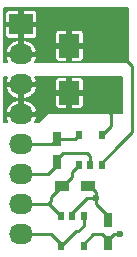
<source format=gtl>
G04 #@! TF.FileFunction,Copper,L1,Top,Signal*
%FSLAX46Y46*%
G04 Gerber Fmt 4.6, Leading zero omitted, Abs format (unit mm)*
G04 Created by KiCad (PCBNEW 4.0.1-stable) date 2/16/2016 3:06:14 PM*
%MOMM*%
G01*
G04 APERTURE LIST*
%ADD10C,0.100000*%
%ADD11R,0.750000X1.200000*%
%ADD12R,2.032000X1.727200*%
%ADD13O,2.032000X1.727200*%
%ADD14R,1.700000X2.000000*%
%ADD15R,1.200000X0.900000*%
%ADD16R,0.508000X0.762000*%
%ADD17C,0.600000*%
%ADD18C,0.250000*%
%ADD19C,0.203200*%
G04 APERTURE END LIST*
D10*
D11*
X132588000Y-103698000D03*
X132588000Y-105598000D03*
X136906000Y-112456000D03*
X136906000Y-110556000D03*
D12*
X129540000Y-93980000D03*
D13*
X129540000Y-96520000D03*
X129540000Y-99060000D03*
X129540000Y-101600000D03*
X129540000Y-104140000D03*
X129540000Y-106680000D03*
X129540000Y-109220000D03*
X129540000Y-111760000D03*
D14*
X133604000Y-99790000D03*
X133604000Y-95790000D03*
D15*
X135212000Y-107696000D03*
X133012000Y-107696000D03*
D16*
X134810500Y-110236000D03*
X132905500Y-110236000D03*
X134810500Y-112776000D03*
X133858000Y-110236000D03*
X132905500Y-112776000D03*
X134429500Y-105918000D03*
X136334500Y-105918000D03*
X134429500Y-103378000D03*
X135382000Y-105918000D03*
X136334500Y-103378000D03*
D17*
X137922000Y-111760000D03*
X135890000Y-108712000D03*
X136652000Y-93218000D03*
X137922000Y-95758000D03*
X137922000Y-94488000D03*
X137922000Y-93218000D03*
X134112000Y-93218000D03*
X135382000Y-93218000D03*
X136652000Y-94488000D03*
X136652000Y-95758000D03*
X136652000Y-101092000D03*
X137668000Y-100076000D03*
X136652000Y-99060000D03*
D18*
X136906000Y-112456000D02*
X136906000Y-112268000D01*
X136906000Y-112268000D02*
X137414000Y-111760000D01*
X137414000Y-111760000D02*
X137922000Y-111760000D01*
X134810500Y-112776000D02*
X134810500Y-112585500D01*
X134810500Y-112585500D02*
X135636000Y-111760000D01*
X136398000Y-111760000D02*
X136906000Y-112268000D01*
X135636000Y-111760000D02*
X136398000Y-111760000D01*
X132588000Y-103698000D02*
X134109500Y-103698000D01*
X134109500Y-103698000D02*
X134429500Y-103378000D01*
X129540000Y-104140000D02*
X132146000Y-104140000D01*
X132146000Y-104140000D02*
X132588000Y-103698000D01*
X136906000Y-110556000D02*
X136906000Y-110236000D01*
X136906000Y-110236000D02*
X135890000Y-109220000D01*
X135890000Y-109220000D02*
X135890000Y-108712000D01*
X133858000Y-110236000D02*
X133858000Y-109982000D01*
X133858000Y-109982000D02*
X135128000Y-108712000D01*
X135128000Y-108712000D02*
X135890000Y-108712000D01*
X135212000Y-107696000D02*
X135382000Y-107696000D01*
X135382000Y-107696000D02*
X135890000Y-108204000D01*
X135890000Y-108204000D02*
X135890000Y-108712000D01*
X132588000Y-105598000D02*
X132588000Y-105410000D01*
X132588000Y-105410000D02*
X133096000Y-104902000D01*
X135382000Y-105156000D02*
X135382000Y-105918000D01*
X135128000Y-104902000D02*
X135382000Y-105156000D01*
X133096000Y-104902000D02*
X135128000Y-104902000D01*
X129540000Y-106680000D02*
X131826000Y-106680000D01*
X131826000Y-106680000D02*
X132588000Y-105918000D01*
X132588000Y-105918000D02*
X132588000Y-105598000D01*
X137668000Y-104394000D02*
X138430000Y-103632000D01*
X136334500Y-105727500D02*
X137668000Y-104394000D01*
X138938000Y-97536000D02*
X138176000Y-96774000D01*
X138938000Y-103124000D02*
X138938000Y-97536000D01*
X138430000Y-103632000D02*
X138938000Y-103124000D01*
X136334500Y-105918000D02*
X136334500Y-105727500D01*
X137160000Y-101600000D02*
X136652000Y-101092000D01*
X137160000Y-102616000D02*
X137160000Y-101600000D01*
X137160000Y-102616000D02*
X136398000Y-103378000D01*
X136334500Y-103378000D02*
X136398000Y-103378000D01*
X133012000Y-107696000D02*
X133096000Y-107696000D01*
X133096000Y-107696000D02*
X133858000Y-106934000D01*
X133858000Y-106489500D02*
X134429500Y-105918000D01*
X133858000Y-106934000D02*
X133858000Y-106489500D01*
X129540000Y-109220000D02*
X131826000Y-109220000D01*
X132080000Y-108628000D02*
X133012000Y-107696000D01*
X132080000Y-108966000D02*
X132080000Y-108628000D01*
X131826000Y-109220000D02*
X132080000Y-108966000D01*
X129540000Y-109220000D02*
X131889500Y-109220000D01*
X131889500Y-109220000D02*
X132905500Y-110236000D01*
X134810500Y-110236000D02*
X134810500Y-111061500D01*
X134175500Y-111506000D02*
X132905500Y-112776000D01*
X134366000Y-111506000D02*
X134175500Y-111506000D01*
X134810500Y-111061500D02*
X134366000Y-111506000D01*
X132905500Y-112776000D02*
X132905500Y-112585500D01*
X132905500Y-112585500D02*
X132080000Y-111760000D01*
X132080000Y-111760000D02*
X129540000Y-111760000D01*
D19*
G36*
X138582400Y-97180400D02*
X130706287Y-97180400D01*
X130863304Y-96859753D01*
X130812379Y-96672400D01*
X129692400Y-96672400D01*
X129692400Y-96692400D01*
X129387600Y-96692400D01*
X129387600Y-96672400D01*
X128267621Y-96672400D01*
X128216696Y-96859753D01*
X128373713Y-97180400D01*
X128117600Y-97180400D01*
X128117600Y-96180247D01*
X128216696Y-96180247D01*
X128267621Y-96367600D01*
X129387600Y-96367600D01*
X129387600Y-95389700D01*
X129692400Y-95389700D01*
X129692400Y-96367600D01*
X130812379Y-96367600D01*
X130863304Y-96180247D01*
X130790367Y-96031300D01*
X132398400Y-96031300D01*
X132398400Y-96860733D01*
X132452537Y-96991431D01*
X132552569Y-97091463D01*
X132683267Y-97145600D01*
X133362700Y-97145600D01*
X133451600Y-97056700D01*
X133451600Y-95942400D01*
X133756400Y-95942400D01*
X133756400Y-97056700D01*
X133845300Y-97145600D01*
X134524733Y-97145600D01*
X134655431Y-97091463D01*
X134755463Y-96991431D01*
X134809600Y-96860733D01*
X134809600Y-96031300D01*
X134720700Y-95942400D01*
X133756400Y-95942400D01*
X133451600Y-95942400D01*
X132487300Y-95942400D01*
X132398400Y-96031300D01*
X130790367Y-96031300D01*
X130678753Y-95803372D01*
X130329430Y-95480461D01*
X129883125Y-95315810D01*
X129692400Y-95389700D01*
X129387600Y-95389700D01*
X129196875Y-95315810D01*
X128750570Y-95480461D01*
X128401247Y-95803372D01*
X128216696Y-96180247D01*
X128117600Y-96180247D01*
X128117600Y-94221300D01*
X128168400Y-94221300D01*
X128168400Y-94914333D01*
X128222537Y-95045031D01*
X128322569Y-95145063D01*
X128453267Y-95199200D01*
X129298700Y-95199200D01*
X129387600Y-95110300D01*
X129387600Y-94132400D01*
X129692400Y-94132400D01*
X129692400Y-95110300D01*
X129781300Y-95199200D01*
X130626733Y-95199200D01*
X130757431Y-95145063D01*
X130857463Y-95045031D01*
X130911600Y-94914333D01*
X130911600Y-94719267D01*
X132398400Y-94719267D01*
X132398400Y-95548700D01*
X132487300Y-95637600D01*
X133451600Y-95637600D01*
X133451600Y-94523300D01*
X133756400Y-94523300D01*
X133756400Y-95637600D01*
X134720700Y-95637600D01*
X134809600Y-95548700D01*
X134809600Y-94719267D01*
X134755463Y-94588569D01*
X134655431Y-94488537D01*
X134524733Y-94434400D01*
X133845300Y-94434400D01*
X133756400Y-94523300D01*
X133451600Y-94523300D01*
X133362700Y-94434400D01*
X132683267Y-94434400D01*
X132552569Y-94488537D01*
X132452537Y-94588569D01*
X132398400Y-94719267D01*
X130911600Y-94719267D01*
X130911600Y-94221300D01*
X130822700Y-94132400D01*
X129692400Y-94132400D01*
X129387600Y-94132400D01*
X128257300Y-94132400D01*
X128168400Y-94221300D01*
X128117600Y-94221300D01*
X128117600Y-93045667D01*
X128168400Y-93045667D01*
X128168400Y-93738700D01*
X128257300Y-93827600D01*
X129387600Y-93827600D01*
X129387600Y-92849700D01*
X129692400Y-92849700D01*
X129692400Y-93827600D01*
X130822700Y-93827600D01*
X130911600Y-93738700D01*
X130911600Y-93045667D01*
X130857463Y-92914969D01*
X130757431Y-92814937D01*
X130626733Y-92760800D01*
X129781300Y-92760800D01*
X129692400Y-92849700D01*
X129387600Y-92849700D01*
X129298700Y-92760800D01*
X128453267Y-92760800D01*
X128322569Y-92814937D01*
X128222537Y-92914969D01*
X128168400Y-93045667D01*
X128117600Y-93045667D01*
X128117600Y-92557600D01*
X138582400Y-92557600D01*
X138582400Y-97180400D01*
X138582400Y-97180400D01*
G37*
X138582400Y-97180400D02*
X130706287Y-97180400D01*
X130863304Y-96859753D01*
X130812379Y-96672400D01*
X129692400Y-96672400D01*
X129692400Y-96692400D01*
X129387600Y-96692400D01*
X129387600Y-96672400D01*
X128267621Y-96672400D01*
X128216696Y-96859753D01*
X128373713Y-97180400D01*
X128117600Y-97180400D01*
X128117600Y-96180247D01*
X128216696Y-96180247D01*
X128267621Y-96367600D01*
X129387600Y-96367600D01*
X129387600Y-95389700D01*
X129692400Y-95389700D01*
X129692400Y-96367600D01*
X130812379Y-96367600D01*
X130863304Y-96180247D01*
X130790367Y-96031300D01*
X132398400Y-96031300D01*
X132398400Y-96860733D01*
X132452537Y-96991431D01*
X132552569Y-97091463D01*
X132683267Y-97145600D01*
X133362700Y-97145600D01*
X133451600Y-97056700D01*
X133451600Y-95942400D01*
X133756400Y-95942400D01*
X133756400Y-97056700D01*
X133845300Y-97145600D01*
X134524733Y-97145600D01*
X134655431Y-97091463D01*
X134755463Y-96991431D01*
X134809600Y-96860733D01*
X134809600Y-96031300D01*
X134720700Y-95942400D01*
X133756400Y-95942400D01*
X133451600Y-95942400D01*
X132487300Y-95942400D01*
X132398400Y-96031300D01*
X130790367Y-96031300D01*
X130678753Y-95803372D01*
X130329430Y-95480461D01*
X129883125Y-95315810D01*
X129692400Y-95389700D01*
X129387600Y-95389700D01*
X129196875Y-95315810D01*
X128750570Y-95480461D01*
X128401247Y-95803372D01*
X128216696Y-96180247D01*
X128117600Y-96180247D01*
X128117600Y-94221300D01*
X128168400Y-94221300D01*
X128168400Y-94914333D01*
X128222537Y-95045031D01*
X128322569Y-95145063D01*
X128453267Y-95199200D01*
X129298700Y-95199200D01*
X129387600Y-95110300D01*
X129387600Y-94132400D01*
X129692400Y-94132400D01*
X129692400Y-95110300D01*
X129781300Y-95199200D01*
X130626733Y-95199200D01*
X130757431Y-95145063D01*
X130857463Y-95045031D01*
X130911600Y-94914333D01*
X130911600Y-94719267D01*
X132398400Y-94719267D01*
X132398400Y-95548700D01*
X132487300Y-95637600D01*
X133451600Y-95637600D01*
X133451600Y-94523300D01*
X133756400Y-94523300D01*
X133756400Y-95637600D01*
X134720700Y-95637600D01*
X134809600Y-95548700D01*
X134809600Y-94719267D01*
X134755463Y-94588569D01*
X134655431Y-94488537D01*
X134524733Y-94434400D01*
X133845300Y-94434400D01*
X133756400Y-94523300D01*
X133451600Y-94523300D01*
X133362700Y-94434400D01*
X132683267Y-94434400D01*
X132552569Y-94488537D01*
X132452537Y-94588569D01*
X132398400Y-94719267D01*
X130911600Y-94719267D01*
X130911600Y-94221300D01*
X130822700Y-94132400D01*
X129692400Y-94132400D01*
X129387600Y-94132400D01*
X128257300Y-94132400D01*
X128168400Y-94221300D01*
X128117600Y-94221300D01*
X128117600Y-93045667D01*
X128168400Y-93045667D01*
X128168400Y-93738700D01*
X128257300Y-93827600D01*
X129387600Y-93827600D01*
X129387600Y-92849700D01*
X129692400Y-92849700D01*
X129692400Y-93827600D01*
X130822700Y-93827600D01*
X130911600Y-93738700D01*
X130911600Y-93045667D01*
X130857463Y-92914969D01*
X130757431Y-92814937D01*
X130626733Y-92760800D01*
X129781300Y-92760800D01*
X129692400Y-92849700D01*
X129387600Y-92849700D01*
X129298700Y-92760800D01*
X128453267Y-92760800D01*
X128322569Y-92814937D01*
X128222537Y-92914969D01*
X128168400Y-93045667D01*
X128117600Y-93045667D01*
X128117600Y-92557600D01*
X138582400Y-92557600D01*
X138582400Y-97180400D01*
G36*
X128216696Y-98720247D02*
X128267621Y-98907600D01*
X129387600Y-98907600D01*
X129387600Y-98887600D01*
X129692400Y-98887600D01*
X129692400Y-98907600D01*
X130812379Y-98907600D01*
X130863304Y-98720247D01*
X130862825Y-98719267D01*
X132398400Y-98719267D01*
X132398400Y-99548700D01*
X132487300Y-99637600D01*
X133451600Y-99637600D01*
X133451600Y-98523300D01*
X133756400Y-98523300D01*
X133756400Y-99637600D01*
X134720700Y-99637600D01*
X134809600Y-99548700D01*
X134809600Y-98719267D01*
X134755463Y-98588569D01*
X134655431Y-98488537D01*
X134524733Y-98434400D01*
X133845300Y-98434400D01*
X133756400Y-98523300D01*
X133451600Y-98523300D01*
X133362700Y-98434400D01*
X132683267Y-98434400D01*
X132552569Y-98488537D01*
X132452537Y-98588569D01*
X132398400Y-98719267D01*
X130862825Y-98719267D01*
X130706287Y-98399600D01*
X138074400Y-98399600D01*
X138074400Y-101498400D01*
X131826000Y-101498400D01*
X131786472Y-101506405D01*
X131754158Y-101528158D01*
X131021916Y-102260400D01*
X130706287Y-102260400D01*
X130863304Y-101939753D01*
X130812379Y-101752400D01*
X129692400Y-101752400D01*
X129692400Y-101772400D01*
X129387600Y-101772400D01*
X129387600Y-101752400D01*
X128267621Y-101752400D01*
X128216696Y-101939753D01*
X128373713Y-102260400D01*
X128117600Y-102260400D01*
X128117600Y-101260247D01*
X128216696Y-101260247D01*
X128267621Y-101447600D01*
X129387600Y-101447600D01*
X129387600Y-100469700D01*
X129692400Y-100469700D01*
X129692400Y-101447600D01*
X130812379Y-101447600D01*
X130863304Y-101260247D01*
X130678753Y-100883372D01*
X130329430Y-100560461D01*
X129883125Y-100395810D01*
X129692400Y-100469700D01*
X129387600Y-100469700D01*
X129196875Y-100395810D01*
X128750570Y-100560461D01*
X128401247Y-100883372D01*
X128216696Y-101260247D01*
X128117600Y-101260247D01*
X128117600Y-99399753D01*
X128216696Y-99399753D01*
X128401247Y-99776628D01*
X128750570Y-100099539D01*
X129196875Y-100264190D01*
X129387600Y-100190300D01*
X129387600Y-99212400D01*
X129692400Y-99212400D01*
X129692400Y-100190300D01*
X129883125Y-100264190D01*
X130329430Y-100099539D01*
X130403250Y-100031300D01*
X132398400Y-100031300D01*
X132398400Y-100860733D01*
X132452537Y-100991431D01*
X132552569Y-101091463D01*
X132683267Y-101145600D01*
X133362700Y-101145600D01*
X133451600Y-101056700D01*
X133451600Y-99942400D01*
X133756400Y-99942400D01*
X133756400Y-101056700D01*
X133845300Y-101145600D01*
X134524733Y-101145600D01*
X134655431Y-101091463D01*
X134755463Y-100991431D01*
X134809600Y-100860733D01*
X134809600Y-100031300D01*
X134720700Y-99942400D01*
X133756400Y-99942400D01*
X133451600Y-99942400D01*
X132487300Y-99942400D01*
X132398400Y-100031300D01*
X130403250Y-100031300D01*
X130678753Y-99776628D01*
X130863304Y-99399753D01*
X130812379Y-99212400D01*
X129692400Y-99212400D01*
X129387600Y-99212400D01*
X128267621Y-99212400D01*
X128216696Y-99399753D01*
X128117600Y-99399753D01*
X128117600Y-98399600D01*
X128373713Y-98399600D01*
X128216696Y-98720247D01*
X128216696Y-98720247D01*
G37*
X128216696Y-98720247D02*
X128267621Y-98907600D01*
X129387600Y-98907600D01*
X129387600Y-98887600D01*
X129692400Y-98887600D01*
X129692400Y-98907600D01*
X130812379Y-98907600D01*
X130863304Y-98720247D01*
X130862825Y-98719267D01*
X132398400Y-98719267D01*
X132398400Y-99548700D01*
X132487300Y-99637600D01*
X133451600Y-99637600D01*
X133451600Y-98523300D01*
X133756400Y-98523300D01*
X133756400Y-99637600D01*
X134720700Y-99637600D01*
X134809600Y-99548700D01*
X134809600Y-98719267D01*
X134755463Y-98588569D01*
X134655431Y-98488537D01*
X134524733Y-98434400D01*
X133845300Y-98434400D01*
X133756400Y-98523300D01*
X133451600Y-98523300D01*
X133362700Y-98434400D01*
X132683267Y-98434400D01*
X132552569Y-98488537D01*
X132452537Y-98588569D01*
X132398400Y-98719267D01*
X130862825Y-98719267D01*
X130706287Y-98399600D01*
X138074400Y-98399600D01*
X138074400Y-101498400D01*
X131826000Y-101498400D01*
X131786472Y-101506405D01*
X131754158Y-101528158D01*
X131021916Y-102260400D01*
X130706287Y-102260400D01*
X130863304Y-101939753D01*
X130812379Y-101752400D01*
X129692400Y-101752400D01*
X129692400Y-101772400D01*
X129387600Y-101772400D01*
X129387600Y-101752400D01*
X128267621Y-101752400D01*
X128216696Y-101939753D01*
X128373713Y-102260400D01*
X128117600Y-102260400D01*
X128117600Y-101260247D01*
X128216696Y-101260247D01*
X128267621Y-101447600D01*
X129387600Y-101447600D01*
X129387600Y-100469700D01*
X129692400Y-100469700D01*
X129692400Y-101447600D01*
X130812379Y-101447600D01*
X130863304Y-101260247D01*
X130678753Y-100883372D01*
X130329430Y-100560461D01*
X129883125Y-100395810D01*
X129692400Y-100469700D01*
X129387600Y-100469700D01*
X129196875Y-100395810D01*
X128750570Y-100560461D01*
X128401247Y-100883372D01*
X128216696Y-101260247D01*
X128117600Y-101260247D01*
X128117600Y-99399753D01*
X128216696Y-99399753D01*
X128401247Y-99776628D01*
X128750570Y-100099539D01*
X129196875Y-100264190D01*
X129387600Y-100190300D01*
X129387600Y-99212400D01*
X129692400Y-99212400D01*
X129692400Y-100190300D01*
X129883125Y-100264190D01*
X130329430Y-100099539D01*
X130403250Y-100031300D01*
X132398400Y-100031300D01*
X132398400Y-100860733D01*
X132452537Y-100991431D01*
X132552569Y-101091463D01*
X132683267Y-101145600D01*
X133362700Y-101145600D01*
X133451600Y-101056700D01*
X133451600Y-99942400D01*
X133756400Y-99942400D01*
X133756400Y-101056700D01*
X133845300Y-101145600D01*
X134524733Y-101145600D01*
X134655431Y-101091463D01*
X134755463Y-100991431D01*
X134809600Y-100860733D01*
X134809600Y-100031300D01*
X134720700Y-99942400D01*
X133756400Y-99942400D01*
X133451600Y-99942400D01*
X132487300Y-99942400D01*
X132398400Y-100031300D01*
X130403250Y-100031300D01*
X130678753Y-99776628D01*
X130863304Y-99399753D01*
X130812379Y-99212400D01*
X129692400Y-99212400D01*
X129387600Y-99212400D01*
X128267621Y-99212400D01*
X128216696Y-99399753D01*
X128117600Y-99399753D01*
X128117600Y-98399600D01*
X128373713Y-98399600D01*
X128216696Y-98720247D01*
M02*

</source>
